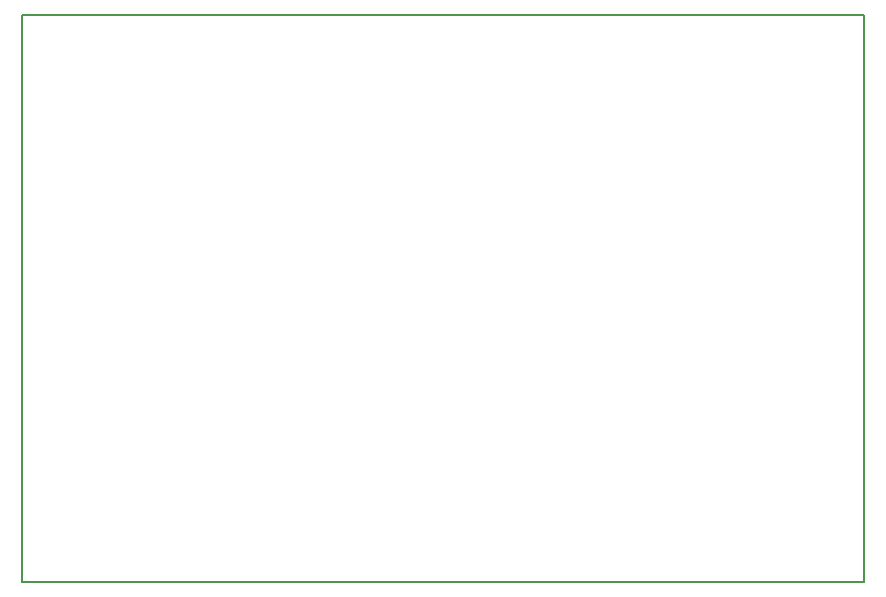
<source format=gbr>
%TF.GenerationSoftware,KiCad,Pcbnew,7.0.11-rc3*%
%TF.CreationDate,2024-12-28T02:26:29+01:00*%
%TF.ProjectId,jf-ecu32.7,6a662d65-6375-4333-922e-372e6b696361,rev?*%
%TF.SameCoordinates,Original*%
%TF.FileFunction,Profile,NP*%
%FSLAX46Y46*%
G04 Gerber Fmt 4.6, Leading zero omitted, Abs format (unit mm)*
G04 Created by KiCad (PCBNEW 7.0.11-rc3) date 2024-12-28 02:26:29*
%MOMM*%
%LPD*%
G01*
G04 APERTURE LIST*
%TA.AperFunction,Profile*%
%ADD10C,0.200000*%
%TD*%
G04 APERTURE END LIST*
D10*
X12780000Y-150114000D02*
X84074000Y-150114000D01*
X84074000Y-198070000D01*
X12780000Y-198070000D01*
X12780000Y-150114000D01*
M02*

</source>
